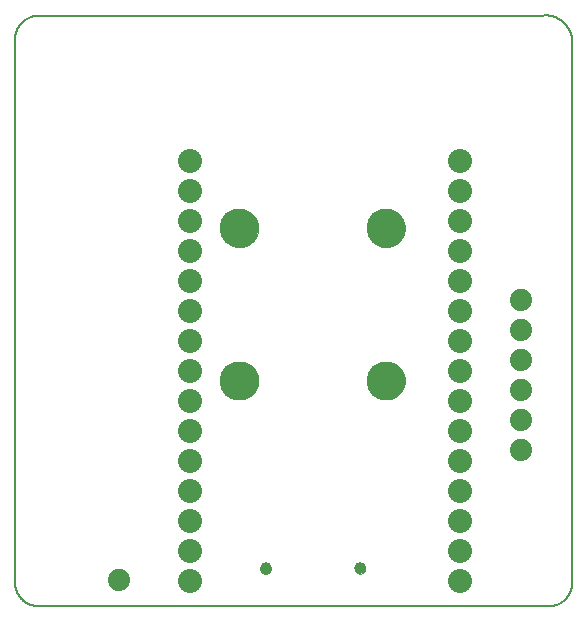
<source format=gbs>
G75*
%MOIN*%
%OFA0B0*%
%FSLAX25Y25*%
%IPPOS*%
%LPD*%
%AMOC8*
5,1,8,0,0,1.08239X$1,22.5*
%
%ADD10C,0.00700*%
%ADD11C,0.00000*%
%ADD12C,0.12998*%
%ADD13C,0.03900*%
%ADD14C,0.08000*%
%ADD15C,0.07400*%
D10*
X0009830Y0018054D02*
X0179814Y0018054D01*
X0180004Y0018056D01*
X0180194Y0018063D01*
X0180384Y0018075D01*
X0180574Y0018091D01*
X0180763Y0018111D01*
X0180952Y0018137D01*
X0181140Y0018166D01*
X0181327Y0018201D01*
X0181513Y0018240D01*
X0181698Y0018283D01*
X0181883Y0018331D01*
X0182066Y0018383D01*
X0182247Y0018439D01*
X0182427Y0018500D01*
X0182606Y0018566D01*
X0182783Y0018635D01*
X0182959Y0018709D01*
X0183132Y0018787D01*
X0183304Y0018870D01*
X0183473Y0018956D01*
X0183641Y0019046D01*
X0183806Y0019141D01*
X0183969Y0019239D01*
X0184129Y0019342D01*
X0184287Y0019448D01*
X0184442Y0019558D01*
X0184595Y0019671D01*
X0184745Y0019789D01*
X0184891Y0019910D01*
X0185035Y0020034D01*
X0185176Y0020162D01*
X0185314Y0020293D01*
X0185449Y0020428D01*
X0185580Y0020566D01*
X0185708Y0020707D01*
X0185832Y0020851D01*
X0185953Y0020997D01*
X0186071Y0021147D01*
X0186184Y0021300D01*
X0186294Y0021455D01*
X0186400Y0021613D01*
X0186503Y0021773D01*
X0186601Y0021936D01*
X0186696Y0022101D01*
X0186786Y0022269D01*
X0186872Y0022438D01*
X0186955Y0022610D01*
X0187033Y0022783D01*
X0187107Y0022959D01*
X0187176Y0023136D01*
X0187242Y0023315D01*
X0187303Y0023495D01*
X0187359Y0023676D01*
X0187411Y0023859D01*
X0187459Y0024044D01*
X0187502Y0024229D01*
X0187541Y0024415D01*
X0187576Y0024602D01*
X0187605Y0024790D01*
X0187631Y0024979D01*
X0187651Y0025168D01*
X0187667Y0025358D01*
X0187679Y0025548D01*
X0187686Y0025738D01*
X0187688Y0025928D01*
X0187688Y0207030D01*
X0187662Y0207244D01*
X0187631Y0207457D01*
X0187594Y0207669D01*
X0187552Y0207881D01*
X0187505Y0208091D01*
X0187453Y0208300D01*
X0187396Y0208508D01*
X0187334Y0208714D01*
X0187267Y0208919D01*
X0187196Y0209122D01*
X0187119Y0209323D01*
X0187037Y0209522D01*
X0186951Y0209720D01*
X0186860Y0209915D01*
X0186764Y0210108D01*
X0186663Y0210298D01*
X0186558Y0210486D01*
X0186449Y0210672D01*
X0186335Y0210854D01*
X0186216Y0211034D01*
X0186094Y0211211D01*
X0185967Y0211385D01*
X0185836Y0211556D01*
X0185700Y0211724D01*
X0185561Y0211888D01*
X0185418Y0212049D01*
X0185271Y0212207D01*
X0185120Y0212360D01*
X0184966Y0212511D01*
X0184808Y0212657D01*
X0184646Y0212800D01*
X0184482Y0212938D01*
X0184313Y0213073D01*
X0184142Y0213203D01*
X0183968Y0213329D01*
X0183790Y0213451D01*
X0183610Y0213569D01*
X0183426Y0213682D01*
X0183241Y0213791D01*
X0183052Y0213896D01*
X0182861Y0213995D01*
X0182668Y0214090D01*
X0182472Y0214181D01*
X0182275Y0214266D01*
X0182075Y0214347D01*
X0181874Y0214423D01*
X0181670Y0214494D01*
X0181465Y0214560D01*
X0181259Y0214622D01*
X0181051Y0214678D01*
X0180842Y0214729D01*
X0180631Y0214775D01*
X0180420Y0214816D01*
X0180207Y0214852D01*
X0179994Y0214883D01*
X0179780Y0214908D01*
X0179566Y0214929D01*
X0179351Y0214944D01*
X0179136Y0214954D01*
X0178921Y0214959D01*
X0178705Y0214958D01*
X0178490Y0214953D01*
X0178275Y0214942D01*
X0178060Y0214926D01*
X0177846Y0214904D01*
X0177845Y0214904D02*
X0009830Y0214904D01*
X0009640Y0214902D01*
X0009450Y0214895D01*
X0009260Y0214883D01*
X0009070Y0214867D01*
X0008881Y0214847D01*
X0008692Y0214821D01*
X0008504Y0214792D01*
X0008317Y0214757D01*
X0008131Y0214718D01*
X0007946Y0214675D01*
X0007761Y0214627D01*
X0007578Y0214575D01*
X0007397Y0214519D01*
X0007217Y0214458D01*
X0007038Y0214392D01*
X0006861Y0214323D01*
X0006685Y0214249D01*
X0006512Y0214171D01*
X0006340Y0214088D01*
X0006171Y0214002D01*
X0006003Y0213912D01*
X0005838Y0213817D01*
X0005675Y0213719D01*
X0005515Y0213616D01*
X0005357Y0213510D01*
X0005202Y0213400D01*
X0005049Y0213287D01*
X0004899Y0213169D01*
X0004753Y0213048D01*
X0004609Y0212924D01*
X0004468Y0212796D01*
X0004330Y0212665D01*
X0004195Y0212530D01*
X0004064Y0212392D01*
X0003936Y0212251D01*
X0003812Y0212107D01*
X0003691Y0211961D01*
X0003573Y0211811D01*
X0003460Y0211658D01*
X0003350Y0211503D01*
X0003244Y0211345D01*
X0003141Y0211185D01*
X0003043Y0211022D01*
X0002948Y0210857D01*
X0002858Y0210689D01*
X0002772Y0210520D01*
X0002689Y0210348D01*
X0002611Y0210175D01*
X0002537Y0209999D01*
X0002468Y0209822D01*
X0002402Y0209643D01*
X0002341Y0209463D01*
X0002285Y0209282D01*
X0002233Y0209099D01*
X0002185Y0208914D01*
X0002142Y0208729D01*
X0002103Y0208543D01*
X0002068Y0208356D01*
X0002039Y0208168D01*
X0002013Y0207979D01*
X0001993Y0207790D01*
X0001977Y0207600D01*
X0001965Y0207410D01*
X0001958Y0207220D01*
X0001956Y0207030D01*
X0001956Y0025928D01*
X0001958Y0025738D01*
X0001965Y0025548D01*
X0001977Y0025358D01*
X0001993Y0025168D01*
X0002013Y0024979D01*
X0002039Y0024790D01*
X0002068Y0024602D01*
X0002103Y0024415D01*
X0002142Y0024229D01*
X0002185Y0024044D01*
X0002233Y0023859D01*
X0002285Y0023676D01*
X0002341Y0023495D01*
X0002402Y0023315D01*
X0002468Y0023136D01*
X0002537Y0022959D01*
X0002611Y0022783D01*
X0002689Y0022610D01*
X0002772Y0022438D01*
X0002858Y0022269D01*
X0002948Y0022101D01*
X0003043Y0021936D01*
X0003141Y0021773D01*
X0003244Y0021613D01*
X0003350Y0021455D01*
X0003460Y0021300D01*
X0003573Y0021147D01*
X0003691Y0020997D01*
X0003812Y0020851D01*
X0003936Y0020707D01*
X0004064Y0020566D01*
X0004195Y0020428D01*
X0004330Y0020293D01*
X0004468Y0020162D01*
X0004609Y0020034D01*
X0004753Y0019910D01*
X0004899Y0019789D01*
X0005049Y0019671D01*
X0005202Y0019558D01*
X0005357Y0019448D01*
X0005515Y0019342D01*
X0005675Y0019239D01*
X0005838Y0019141D01*
X0006003Y0019046D01*
X0006171Y0018956D01*
X0006340Y0018870D01*
X0006512Y0018787D01*
X0006685Y0018709D01*
X0006861Y0018635D01*
X0007038Y0018566D01*
X0007217Y0018500D01*
X0007397Y0018439D01*
X0007578Y0018383D01*
X0007761Y0018331D01*
X0007946Y0018283D01*
X0008131Y0018240D01*
X0008317Y0018201D01*
X0008504Y0018166D01*
X0008692Y0018137D01*
X0008881Y0018111D01*
X0009070Y0018091D01*
X0009260Y0018075D01*
X0009450Y0018063D01*
X0009640Y0018056D01*
X0009830Y0018054D01*
D11*
X0070460Y0093250D02*
X0070462Y0093408D01*
X0070468Y0093566D01*
X0070478Y0093724D01*
X0070492Y0093882D01*
X0070510Y0094039D01*
X0070531Y0094196D01*
X0070557Y0094352D01*
X0070587Y0094508D01*
X0070620Y0094663D01*
X0070658Y0094816D01*
X0070699Y0094969D01*
X0070744Y0095121D01*
X0070793Y0095272D01*
X0070846Y0095421D01*
X0070902Y0095569D01*
X0070962Y0095715D01*
X0071026Y0095860D01*
X0071094Y0096003D01*
X0071165Y0096145D01*
X0071239Y0096285D01*
X0071317Y0096422D01*
X0071399Y0096558D01*
X0071483Y0096692D01*
X0071572Y0096823D01*
X0071663Y0096952D01*
X0071758Y0097079D01*
X0071855Y0097204D01*
X0071956Y0097326D01*
X0072060Y0097445D01*
X0072167Y0097562D01*
X0072277Y0097676D01*
X0072390Y0097787D01*
X0072505Y0097896D01*
X0072623Y0098001D01*
X0072744Y0098103D01*
X0072867Y0098203D01*
X0072993Y0098299D01*
X0073121Y0098392D01*
X0073251Y0098482D01*
X0073384Y0098568D01*
X0073519Y0098652D01*
X0073655Y0098731D01*
X0073794Y0098808D01*
X0073935Y0098880D01*
X0074077Y0098950D01*
X0074221Y0099015D01*
X0074367Y0099077D01*
X0074514Y0099135D01*
X0074663Y0099190D01*
X0074813Y0099241D01*
X0074964Y0099288D01*
X0075116Y0099331D01*
X0075269Y0099370D01*
X0075424Y0099406D01*
X0075579Y0099437D01*
X0075735Y0099465D01*
X0075891Y0099489D01*
X0076048Y0099509D01*
X0076206Y0099525D01*
X0076363Y0099537D01*
X0076522Y0099545D01*
X0076680Y0099549D01*
X0076838Y0099549D01*
X0076996Y0099545D01*
X0077155Y0099537D01*
X0077312Y0099525D01*
X0077470Y0099509D01*
X0077627Y0099489D01*
X0077783Y0099465D01*
X0077939Y0099437D01*
X0078094Y0099406D01*
X0078249Y0099370D01*
X0078402Y0099331D01*
X0078554Y0099288D01*
X0078705Y0099241D01*
X0078855Y0099190D01*
X0079004Y0099135D01*
X0079151Y0099077D01*
X0079297Y0099015D01*
X0079441Y0098950D01*
X0079583Y0098880D01*
X0079724Y0098808D01*
X0079863Y0098731D01*
X0079999Y0098652D01*
X0080134Y0098568D01*
X0080267Y0098482D01*
X0080397Y0098392D01*
X0080525Y0098299D01*
X0080651Y0098203D01*
X0080774Y0098103D01*
X0080895Y0098001D01*
X0081013Y0097896D01*
X0081128Y0097787D01*
X0081241Y0097676D01*
X0081351Y0097562D01*
X0081458Y0097445D01*
X0081562Y0097326D01*
X0081663Y0097204D01*
X0081760Y0097079D01*
X0081855Y0096952D01*
X0081946Y0096823D01*
X0082035Y0096692D01*
X0082119Y0096558D01*
X0082201Y0096422D01*
X0082279Y0096285D01*
X0082353Y0096145D01*
X0082424Y0096003D01*
X0082492Y0095860D01*
X0082556Y0095715D01*
X0082616Y0095569D01*
X0082672Y0095421D01*
X0082725Y0095272D01*
X0082774Y0095121D01*
X0082819Y0094969D01*
X0082860Y0094816D01*
X0082898Y0094663D01*
X0082931Y0094508D01*
X0082961Y0094352D01*
X0082987Y0094196D01*
X0083008Y0094039D01*
X0083026Y0093882D01*
X0083040Y0093724D01*
X0083050Y0093566D01*
X0083056Y0093408D01*
X0083058Y0093250D01*
X0083056Y0093092D01*
X0083050Y0092934D01*
X0083040Y0092776D01*
X0083026Y0092618D01*
X0083008Y0092461D01*
X0082987Y0092304D01*
X0082961Y0092148D01*
X0082931Y0091992D01*
X0082898Y0091837D01*
X0082860Y0091684D01*
X0082819Y0091531D01*
X0082774Y0091379D01*
X0082725Y0091228D01*
X0082672Y0091079D01*
X0082616Y0090931D01*
X0082556Y0090785D01*
X0082492Y0090640D01*
X0082424Y0090497D01*
X0082353Y0090355D01*
X0082279Y0090215D01*
X0082201Y0090078D01*
X0082119Y0089942D01*
X0082035Y0089808D01*
X0081946Y0089677D01*
X0081855Y0089548D01*
X0081760Y0089421D01*
X0081663Y0089296D01*
X0081562Y0089174D01*
X0081458Y0089055D01*
X0081351Y0088938D01*
X0081241Y0088824D01*
X0081128Y0088713D01*
X0081013Y0088604D01*
X0080895Y0088499D01*
X0080774Y0088397D01*
X0080651Y0088297D01*
X0080525Y0088201D01*
X0080397Y0088108D01*
X0080267Y0088018D01*
X0080134Y0087932D01*
X0079999Y0087848D01*
X0079863Y0087769D01*
X0079724Y0087692D01*
X0079583Y0087620D01*
X0079441Y0087550D01*
X0079297Y0087485D01*
X0079151Y0087423D01*
X0079004Y0087365D01*
X0078855Y0087310D01*
X0078705Y0087259D01*
X0078554Y0087212D01*
X0078402Y0087169D01*
X0078249Y0087130D01*
X0078094Y0087094D01*
X0077939Y0087063D01*
X0077783Y0087035D01*
X0077627Y0087011D01*
X0077470Y0086991D01*
X0077312Y0086975D01*
X0077155Y0086963D01*
X0076996Y0086955D01*
X0076838Y0086951D01*
X0076680Y0086951D01*
X0076522Y0086955D01*
X0076363Y0086963D01*
X0076206Y0086975D01*
X0076048Y0086991D01*
X0075891Y0087011D01*
X0075735Y0087035D01*
X0075579Y0087063D01*
X0075424Y0087094D01*
X0075269Y0087130D01*
X0075116Y0087169D01*
X0074964Y0087212D01*
X0074813Y0087259D01*
X0074663Y0087310D01*
X0074514Y0087365D01*
X0074367Y0087423D01*
X0074221Y0087485D01*
X0074077Y0087550D01*
X0073935Y0087620D01*
X0073794Y0087692D01*
X0073655Y0087769D01*
X0073519Y0087848D01*
X0073384Y0087932D01*
X0073251Y0088018D01*
X0073121Y0088108D01*
X0072993Y0088201D01*
X0072867Y0088297D01*
X0072744Y0088397D01*
X0072623Y0088499D01*
X0072505Y0088604D01*
X0072390Y0088713D01*
X0072277Y0088824D01*
X0072167Y0088938D01*
X0072060Y0089055D01*
X0071956Y0089174D01*
X0071855Y0089296D01*
X0071758Y0089421D01*
X0071663Y0089548D01*
X0071572Y0089677D01*
X0071483Y0089808D01*
X0071399Y0089942D01*
X0071317Y0090078D01*
X0071239Y0090215D01*
X0071165Y0090355D01*
X0071094Y0090497D01*
X0071026Y0090640D01*
X0070962Y0090785D01*
X0070902Y0090931D01*
X0070846Y0091079D01*
X0070793Y0091228D01*
X0070744Y0091379D01*
X0070699Y0091531D01*
X0070658Y0091684D01*
X0070620Y0091837D01*
X0070587Y0091992D01*
X0070557Y0092148D01*
X0070531Y0092304D01*
X0070510Y0092461D01*
X0070492Y0092618D01*
X0070478Y0092776D01*
X0070468Y0092934D01*
X0070462Y0093092D01*
X0070460Y0093250D01*
X0070460Y0144038D02*
X0070462Y0144196D01*
X0070468Y0144354D01*
X0070478Y0144512D01*
X0070492Y0144670D01*
X0070510Y0144827D01*
X0070531Y0144984D01*
X0070557Y0145140D01*
X0070587Y0145296D01*
X0070620Y0145451D01*
X0070658Y0145604D01*
X0070699Y0145757D01*
X0070744Y0145909D01*
X0070793Y0146060D01*
X0070846Y0146209D01*
X0070902Y0146357D01*
X0070962Y0146503D01*
X0071026Y0146648D01*
X0071094Y0146791D01*
X0071165Y0146933D01*
X0071239Y0147073D01*
X0071317Y0147210D01*
X0071399Y0147346D01*
X0071483Y0147480D01*
X0071572Y0147611D01*
X0071663Y0147740D01*
X0071758Y0147867D01*
X0071855Y0147992D01*
X0071956Y0148114D01*
X0072060Y0148233D01*
X0072167Y0148350D01*
X0072277Y0148464D01*
X0072390Y0148575D01*
X0072505Y0148684D01*
X0072623Y0148789D01*
X0072744Y0148891D01*
X0072867Y0148991D01*
X0072993Y0149087D01*
X0073121Y0149180D01*
X0073251Y0149270D01*
X0073384Y0149356D01*
X0073519Y0149440D01*
X0073655Y0149519D01*
X0073794Y0149596D01*
X0073935Y0149668D01*
X0074077Y0149738D01*
X0074221Y0149803D01*
X0074367Y0149865D01*
X0074514Y0149923D01*
X0074663Y0149978D01*
X0074813Y0150029D01*
X0074964Y0150076D01*
X0075116Y0150119D01*
X0075269Y0150158D01*
X0075424Y0150194D01*
X0075579Y0150225D01*
X0075735Y0150253D01*
X0075891Y0150277D01*
X0076048Y0150297D01*
X0076206Y0150313D01*
X0076363Y0150325D01*
X0076522Y0150333D01*
X0076680Y0150337D01*
X0076838Y0150337D01*
X0076996Y0150333D01*
X0077155Y0150325D01*
X0077312Y0150313D01*
X0077470Y0150297D01*
X0077627Y0150277D01*
X0077783Y0150253D01*
X0077939Y0150225D01*
X0078094Y0150194D01*
X0078249Y0150158D01*
X0078402Y0150119D01*
X0078554Y0150076D01*
X0078705Y0150029D01*
X0078855Y0149978D01*
X0079004Y0149923D01*
X0079151Y0149865D01*
X0079297Y0149803D01*
X0079441Y0149738D01*
X0079583Y0149668D01*
X0079724Y0149596D01*
X0079863Y0149519D01*
X0079999Y0149440D01*
X0080134Y0149356D01*
X0080267Y0149270D01*
X0080397Y0149180D01*
X0080525Y0149087D01*
X0080651Y0148991D01*
X0080774Y0148891D01*
X0080895Y0148789D01*
X0081013Y0148684D01*
X0081128Y0148575D01*
X0081241Y0148464D01*
X0081351Y0148350D01*
X0081458Y0148233D01*
X0081562Y0148114D01*
X0081663Y0147992D01*
X0081760Y0147867D01*
X0081855Y0147740D01*
X0081946Y0147611D01*
X0082035Y0147480D01*
X0082119Y0147346D01*
X0082201Y0147210D01*
X0082279Y0147073D01*
X0082353Y0146933D01*
X0082424Y0146791D01*
X0082492Y0146648D01*
X0082556Y0146503D01*
X0082616Y0146357D01*
X0082672Y0146209D01*
X0082725Y0146060D01*
X0082774Y0145909D01*
X0082819Y0145757D01*
X0082860Y0145604D01*
X0082898Y0145451D01*
X0082931Y0145296D01*
X0082961Y0145140D01*
X0082987Y0144984D01*
X0083008Y0144827D01*
X0083026Y0144670D01*
X0083040Y0144512D01*
X0083050Y0144354D01*
X0083056Y0144196D01*
X0083058Y0144038D01*
X0083056Y0143880D01*
X0083050Y0143722D01*
X0083040Y0143564D01*
X0083026Y0143406D01*
X0083008Y0143249D01*
X0082987Y0143092D01*
X0082961Y0142936D01*
X0082931Y0142780D01*
X0082898Y0142625D01*
X0082860Y0142472D01*
X0082819Y0142319D01*
X0082774Y0142167D01*
X0082725Y0142016D01*
X0082672Y0141867D01*
X0082616Y0141719D01*
X0082556Y0141573D01*
X0082492Y0141428D01*
X0082424Y0141285D01*
X0082353Y0141143D01*
X0082279Y0141003D01*
X0082201Y0140866D01*
X0082119Y0140730D01*
X0082035Y0140596D01*
X0081946Y0140465D01*
X0081855Y0140336D01*
X0081760Y0140209D01*
X0081663Y0140084D01*
X0081562Y0139962D01*
X0081458Y0139843D01*
X0081351Y0139726D01*
X0081241Y0139612D01*
X0081128Y0139501D01*
X0081013Y0139392D01*
X0080895Y0139287D01*
X0080774Y0139185D01*
X0080651Y0139085D01*
X0080525Y0138989D01*
X0080397Y0138896D01*
X0080267Y0138806D01*
X0080134Y0138720D01*
X0079999Y0138636D01*
X0079863Y0138557D01*
X0079724Y0138480D01*
X0079583Y0138408D01*
X0079441Y0138338D01*
X0079297Y0138273D01*
X0079151Y0138211D01*
X0079004Y0138153D01*
X0078855Y0138098D01*
X0078705Y0138047D01*
X0078554Y0138000D01*
X0078402Y0137957D01*
X0078249Y0137918D01*
X0078094Y0137882D01*
X0077939Y0137851D01*
X0077783Y0137823D01*
X0077627Y0137799D01*
X0077470Y0137779D01*
X0077312Y0137763D01*
X0077155Y0137751D01*
X0076996Y0137743D01*
X0076838Y0137739D01*
X0076680Y0137739D01*
X0076522Y0137743D01*
X0076363Y0137751D01*
X0076206Y0137763D01*
X0076048Y0137779D01*
X0075891Y0137799D01*
X0075735Y0137823D01*
X0075579Y0137851D01*
X0075424Y0137882D01*
X0075269Y0137918D01*
X0075116Y0137957D01*
X0074964Y0138000D01*
X0074813Y0138047D01*
X0074663Y0138098D01*
X0074514Y0138153D01*
X0074367Y0138211D01*
X0074221Y0138273D01*
X0074077Y0138338D01*
X0073935Y0138408D01*
X0073794Y0138480D01*
X0073655Y0138557D01*
X0073519Y0138636D01*
X0073384Y0138720D01*
X0073251Y0138806D01*
X0073121Y0138896D01*
X0072993Y0138989D01*
X0072867Y0139085D01*
X0072744Y0139185D01*
X0072623Y0139287D01*
X0072505Y0139392D01*
X0072390Y0139501D01*
X0072277Y0139612D01*
X0072167Y0139726D01*
X0072060Y0139843D01*
X0071956Y0139962D01*
X0071855Y0140084D01*
X0071758Y0140209D01*
X0071663Y0140336D01*
X0071572Y0140465D01*
X0071483Y0140596D01*
X0071399Y0140730D01*
X0071317Y0140866D01*
X0071239Y0141003D01*
X0071165Y0141143D01*
X0071094Y0141285D01*
X0071026Y0141428D01*
X0070962Y0141573D01*
X0070902Y0141719D01*
X0070846Y0141867D01*
X0070793Y0142016D01*
X0070744Y0142167D01*
X0070699Y0142319D01*
X0070658Y0142472D01*
X0070620Y0142625D01*
X0070587Y0142780D01*
X0070557Y0142936D01*
X0070531Y0143092D01*
X0070510Y0143249D01*
X0070492Y0143406D01*
X0070478Y0143564D01*
X0070468Y0143722D01*
X0070462Y0143880D01*
X0070460Y0144038D01*
X0119279Y0144038D02*
X0119281Y0144196D01*
X0119287Y0144354D01*
X0119297Y0144512D01*
X0119311Y0144670D01*
X0119329Y0144827D01*
X0119350Y0144984D01*
X0119376Y0145140D01*
X0119406Y0145296D01*
X0119439Y0145451D01*
X0119477Y0145604D01*
X0119518Y0145757D01*
X0119563Y0145909D01*
X0119612Y0146060D01*
X0119665Y0146209D01*
X0119721Y0146357D01*
X0119781Y0146503D01*
X0119845Y0146648D01*
X0119913Y0146791D01*
X0119984Y0146933D01*
X0120058Y0147073D01*
X0120136Y0147210D01*
X0120218Y0147346D01*
X0120302Y0147480D01*
X0120391Y0147611D01*
X0120482Y0147740D01*
X0120577Y0147867D01*
X0120674Y0147992D01*
X0120775Y0148114D01*
X0120879Y0148233D01*
X0120986Y0148350D01*
X0121096Y0148464D01*
X0121209Y0148575D01*
X0121324Y0148684D01*
X0121442Y0148789D01*
X0121563Y0148891D01*
X0121686Y0148991D01*
X0121812Y0149087D01*
X0121940Y0149180D01*
X0122070Y0149270D01*
X0122203Y0149356D01*
X0122338Y0149440D01*
X0122474Y0149519D01*
X0122613Y0149596D01*
X0122754Y0149668D01*
X0122896Y0149738D01*
X0123040Y0149803D01*
X0123186Y0149865D01*
X0123333Y0149923D01*
X0123482Y0149978D01*
X0123632Y0150029D01*
X0123783Y0150076D01*
X0123935Y0150119D01*
X0124088Y0150158D01*
X0124243Y0150194D01*
X0124398Y0150225D01*
X0124554Y0150253D01*
X0124710Y0150277D01*
X0124867Y0150297D01*
X0125025Y0150313D01*
X0125182Y0150325D01*
X0125341Y0150333D01*
X0125499Y0150337D01*
X0125657Y0150337D01*
X0125815Y0150333D01*
X0125974Y0150325D01*
X0126131Y0150313D01*
X0126289Y0150297D01*
X0126446Y0150277D01*
X0126602Y0150253D01*
X0126758Y0150225D01*
X0126913Y0150194D01*
X0127068Y0150158D01*
X0127221Y0150119D01*
X0127373Y0150076D01*
X0127524Y0150029D01*
X0127674Y0149978D01*
X0127823Y0149923D01*
X0127970Y0149865D01*
X0128116Y0149803D01*
X0128260Y0149738D01*
X0128402Y0149668D01*
X0128543Y0149596D01*
X0128682Y0149519D01*
X0128818Y0149440D01*
X0128953Y0149356D01*
X0129086Y0149270D01*
X0129216Y0149180D01*
X0129344Y0149087D01*
X0129470Y0148991D01*
X0129593Y0148891D01*
X0129714Y0148789D01*
X0129832Y0148684D01*
X0129947Y0148575D01*
X0130060Y0148464D01*
X0130170Y0148350D01*
X0130277Y0148233D01*
X0130381Y0148114D01*
X0130482Y0147992D01*
X0130579Y0147867D01*
X0130674Y0147740D01*
X0130765Y0147611D01*
X0130854Y0147480D01*
X0130938Y0147346D01*
X0131020Y0147210D01*
X0131098Y0147073D01*
X0131172Y0146933D01*
X0131243Y0146791D01*
X0131311Y0146648D01*
X0131375Y0146503D01*
X0131435Y0146357D01*
X0131491Y0146209D01*
X0131544Y0146060D01*
X0131593Y0145909D01*
X0131638Y0145757D01*
X0131679Y0145604D01*
X0131717Y0145451D01*
X0131750Y0145296D01*
X0131780Y0145140D01*
X0131806Y0144984D01*
X0131827Y0144827D01*
X0131845Y0144670D01*
X0131859Y0144512D01*
X0131869Y0144354D01*
X0131875Y0144196D01*
X0131877Y0144038D01*
X0131875Y0143880D01*
X0131869Y0143722D01*
X0131859Y0143564D01*
X0131845Y0143406D01*
X0131827Y0143249D01*
X0131806Y0143092D01*
X0131780Y0142936D01*
X0131750Y0142780D01*
X0131717Y0142625D01*
X0131679Y0142472D01*
X0131638Y0142319D01*
X0131593Y0142167D01*
X0131544Y0142016D01*
X0131491Y0141867D01*
X0131435Y0141719D01*
X0131375Y0141573D01*
X0131311Y0141428D01*
X0131243Y0141285D01*
X0131172Y0141143D01*
X0131098Y0141003D01*
X0131020Y0140866D01*
X0130938Y0140730D01*
X0130854Y0140596D01*
X0130765Y0140465D01*
X0130674Y0140336D01*
X0130579Y0140209D01*
X0130482Y0140084D01*
X0130381Y0139962D01*
X0130277Y0139843D01*
X0130170Y0139726D01*
X0130060Y0139612D01*
X0129947Y0139501D01*
X0129832Y0139392D01*
X0129714Y0139287D01*
X0129593Y0139185D01*
X0129470Y0139085D01*
X0129344Y0138989D01*
X0129216Y0138896D01*
X0129086Y0138806D01*
X0128953Y0138720D01*
X0128818Y0138636D01*
X0128682Y0138557D01*
X0128543Y0138480D01*
X0128402Y0138408D01*
X0128260Y0138338D01*
X0128116Y0138273D01*
X0127970Y0138211D01*
X0127823Y0138153D01*
X0127674Y0138098D01*
X0127524Y0138047D01*
X0127373Y0138000D01*
X0127221Y0137957D01*
X0127068Y0137918D01*
X0126913Y0137882D01*
X0126758Y0137851D01*
X0126602Y0137823D01*
X0126446Y0137799D01*
X0126289Y0137779D01*
X0126131Y0137763D01*
X0125974Y0137751D01*
X0125815Y0137743D01*
X0125657Y0137739D01*
X0125499Y0137739D01*
X0125341Y0137743D01*
X0125182Y0137751D01*
X0125025Y0137763D01*
X0124867Y0137779D01*
X0124710Y0137799D01*
X0124554Y0137823D01*
X0124398Y0137851D01*
X0124243Y0137882D01*
X0124088Y0137918D01*
X0123935Y0137957D01*
X0123783Y0138000D01*
X0123632Y0138047D01*
X0123482Y0138098D01*
X0123333Y0138153D01*
X0123186Y0138211D01*
X0123040Y0138273D01*
X0122896Y0138338D01*
X0122754Y0138408D01*
X0122613Y0138480D01*
X0122474Y0138557D01*
X0122338Y0138636D01*
X0122203Y0138720D01*
X0122070Y0138806D01*
X0121940Y0138896D01*
X0121812Y0138989D01*
X0121686Y0139085D01*
X0121563Y0139185D01*
X0121442Y0139287D01*
X0121324Y0139392D01*
X0121209Y0139501D01*
X0121096Y0139612D01*
X0120986Y0139726D01*
X0120879Y0139843D01*
X0120775Y0139962D01*
X0120674Y0140084D01*
X0120577Y0140209D01*
X0120482Y0140336D01*
X0120391Y0140465D01*
X0120302Y0140596D01*
X0120218Y0140730D01*
X0120136Y0140866D01*
X0120058Y0141003D01*
X0119984Y0141143D01*
X0119913Y0141285D01*
X0119845Y0141428D01*
X0119781Y0141573D01*
X0119721Y0141719D01*
X0119665Y0141867D01*
X0119612Y0142016D01*
X0119563Y0142167D01*
X0119518Y0142319D01*
X0119477Y0142472D01*
X0119439Y0142625D01*
X0119406Y0142780D01*
X0119376Y0142936D01*
X0119350Y0143092D01*
X0119329Y0143249D01*
X0119311Y0143406D01*
X0119297Y0143564D01*
X0119287Y0143722D01*
X0119281Y0143880D01*
X0119279Y0144038D01*
X0119279Y0093250D02*
X0119281Y0093408D01*
X0119287Y0093566D01*
X0119297Y0093724D01*
X0119311Y0093882D01*
X0119329Y0094039D01*
X0119350Y0094196D01*
X0119376Y0094352D01*
X0119406Y0094508D01*
X0119439Y0094663D01*
X0119477Y0094816D01*
X0119518Y0094969D01*
X0119563Y0095121D01*
X0119612Y0095272D01*
X0119665Y0095421D01*
X0119721Y0095569D01*
X0119781Y0095715D01*
X0119845Y0095860D01*
X0119913Y0096003D01*
X0119984Y0096145D01*
X0120058Y0096285D01*
X0120136Y0096422D01*
X0120218Y0096558D01*
X0120302Y0096692D01*
X0120391Y0096823D01*
X0120482Y0096952D01*
X0120577Y0097079D01*
X0120674Y0097204D01*
X0120775Y0097326D01*
X0120879Y0097445D01*
X0120986Y0097562D01*
X0121096Y0097676D01*
X0121209Y0097787D01*
X0121324Y0097896D01*
X0121442Y0098001D01*
X0121563Y0098103D01*
X0121686Y0098203D01*
X0121812Y0098299D01*
X0121940Y0098392D01*
X0122070Y0098482D01*
X0122203Y0098568D01*
X0122338Y0098652D01*
X0122474Y0098731D01*
X0122613Y0098808D01*
X0122754Y0098880D01*
X0122896Y0098950D01*
X0123040Y0099015D01*
X0123186Y0099077D01*
X0123333Y0099135D01*
X0123482Y0099190D01*
X0123632Y0099241D01*
X0123783Y0099288D01*
X0123935Y0099331D01*
X0124088Y0099370D01*
X0124243Y0099406D01*
X0124398Y0099437D01*
X0124554Y0099465D01*
X0124710Y0099489D01*
X0124867Y0099509D01*
X0125025Y0099525D01*
X0125182Y0099537D01*
X0125341Y0099545D01*
X0125499Y0099549D01*
X0125657Y0099549D01*
X0125815Y0099545D01*
X0125974Y0099537D01*
X0126131Y0099525D01*
X0126289Y0099509D01*
X0126446Y0099489D01*
X0126602Y0099465D01*
X0126758Y0099437D01*
X0126913Y0099406D01*
X0127068Y0099370D01*
X0127221Y0099331D01*
X0127373Y0099288D01*
X0127524Y0099241D01*
X0127674Y0099190D01*
X0127823Y0099135D01*
X0127970Y0099077D01*
X0128116Y0099015D01*
X0128260Y0098950D01*
X0128402Y0098880D01*
X0128543Y0098808D01*
X0128682Y0098731D01*
X0128818Y0098652D01*
X0128953Y0098568D01*
X0129086Y0098482D01*
X0129216Y0098392D01*
X0129344Y0098299D01*
X0129470Y0098203D01*
X0129593Y0098103D01*
X0129714Y0098001D01*
X0129832Y0097896D01*
X0129947Y0097787D01*
X0130060Y0097676D01*
X0130170Y0097562D01*
X0130277Y0097445D01*
X0130381Y0097326D01*
X0130482Y0097204D01*
X0130579Y0097079D01*
X0130674Y0096952D01*
X0130765Y0096823D01*
X0130854Y0096692D01*
X0130938Y0096558D01*
X0131020Y0096422D01*
X0131098Y0096285D01*
X0131172Y0096145D01*
X0131243Y0096003D01*
X0131311Y0095860D01*
X0131375Y0095715D01*
X0131435Y0095569D01*
X0131491Y0095421D01*
X0131544Y0095272D01*
X0131593Y0095121D01*
X0131638Y0094969D01*
X0131679Y0094816D01*
X0131717Y0094663D01*
X0131750Y0094508D01*
X0131780Y0094352D01*
X0131806Y0094196D01*
X0131827Y0094039D01*
X0131845Y0093882D01*
X0131859Y0093724D01*
X0131869Y0093566D01*
X0131875Y0093408D01*
X0131877Y0093250D01*
X0131875Y0093092D01*
X0131869Y0092934D01*
X0131859Y0092776D01*
X0131845Y0092618D01*
X0131827Y0092461D01*
X0131806Y0092304D01*
X0131780Y0092148D01*
X0131750Y0091992D01*
X0131717Y0091837D01*
X0131679Y0091684D01*
X0131638Y0091531D01*
X0131593Y0091379D01*
X0131544Y0091228D01*
X0131491Y0091079D01*
X0131435Y0090931D01*
X0131375Y0090785D01*
X0131311Y0090640D01*
X0131243Y0090497D01*
X0131172Y0090355D01*
X0131098Y0090215D01*
X0131020Y0090078D01*
X0130938Y0089942D01*
X0130854Y0089808D01*
X0130765Y0089677D01*
X0130674Y0089548D01*
X0130579Y0089421D01*
X0130482Y0089296D01*
X0130381Y0089174D01*
X0130277Y0089055D01*
X0130170Y0088938D01*
X0130060Y0088824D01*
X0129947Y0088713D01*
X0129832Y0088604D01*
X0129714Y0088499D01*
X0129593Y0088397D01*
X0129470Y0088297D01*
X0129344Y0088201D01*
X0129216Y0088108D01*
X0129086Y0088018D01*
X0128953Y0087932D01*
X0128818Y0087848D01*
X0128682Y0087769D01*
X0128543Y0087692D01*
X0128402Y0087620D01*
X0128260Y0087550D01*
X0128116Y0087485D01*
X0127970Y0087423D01*
X0127823Y0087365D01*
X0127674Y0087310D01*
X0127524Y0087259D01*
X0127373Y0087212D01*
X0127221Y0087169D01*
X0127068Y0087130D01*
X0126913Y0087094D01*
X0126758Y0087063D01*
X0126602Y0087035D01*
X0126446Y0087011D01*
X0126289Y0086991D01*
X0126131Y0086975D01*
X0125974Y0086963D01*
X0125815Y0086955D01*
X0125657Y0086951D01*
X0125499Y0086951D01*
X0125341Y0086955D01*
X0125182Y0086963D01*
X0125025Y0086975D01*
X0124867Y0086991D01*
X0124710Y0087011D01*
X0124554Y0087035D01*
X0124398Y0087063D01*
X0124243Y0087094D01*
X0124088Y0087130D01*
X0123935Y0087169D01*
X0123783Y0087212D01*
X0123632Y0087259D01*
X0123482Y0087310D01*
X0123333Y0087365D01*
X0123186Y0087423D01*
X0123040Y0087485D01*
X0122896Y0087550D01*
X0122754Y0087620D01*
X0122613Y0087692D01*
X0122474Y0087769D01*
X0122338Y0087848D01*
X0122203Y0087932D01*
X0122070Y0088018D01*
X0121940Y0088108D01*
X0121812Y0088201D01*
X0121686Y0088297D01*
X0121563Y0088397D01*
X0121442Y0088499D01*
X0121324Y0088604D01*
X0121209Y0088713D01*
X0121096Y0088824D01*
X0120986Y0088938D01*
X0120879Y0089055D01*
X0120775Y0089174D01*
X0120674Y0089296D01*
X0120577Y0089421D01*
X0120482Y0089548D01*
X0120391Y0089677D01*
X0120302Y0089808D01*
X0120218Y0089942D01*
X0120136Y0090078D01*
X0120058Y0090215D01*
X0119984Y0090355D01*
X0119913Y0090497D01*
X0119845Y0090640D01*
X0119781Y0090785D01*
X0119721Y0090931D01*
X0119665Y0091079D01*
X0119612Y0091228D01*
X0119563Y0091379D01*
X0119518Y0091531D01*
X0119477Y0091684D01*
X0119439Y0091837D01*
X0119406Y0091992D01*
X0119376Y0092148D01*
X0119350Y0092304D01*
X0119329Y0092461D01*
X0119311Y0092618D01*
X0119297Y0092776D01*
X0119287Y0092934D01*
X0119281Y0093092D01*
X0119279Y0093250D01*
X0115221Y0030624D02*
X0115223Y0030707D01*
X0115229Y0030790D01*
X0115239Y0030873D01*
X0115253Y0030955D01*
X0115270Y0031037D01*
X0115292Y0031117D01*
X0115317Y0031196D01*
X0115346Y0031274D01*
X0115379Y0031351D01*
X0115416Y0031426D01*
X0115455Y0031499D01*
X0115499Y0031570D01*
X0115545Y0031639D01*
X0115595Y0031706D01*
X0115648Y0031770D01*
X0115704Y0031832D01*
X0115763Y0031891D01*
X0115825Y0031947D01*
X0115889Y0032000D01*
X0115956Y0032050D01*
X0116025Y0032096D01*
X0116096Y0032140D01*
X0116169Y0032179D01*
X0116244Y0032216D01*
X0116321Y0032249D01*
X0116399Y0032278D01*
X0116478Y0032303D01*
X0116558Y0032325D01*
X0116640Y0032342D01*
X0116722Y0032356D01*
X0116805Y0032366D01*
X0116888Y0032372D01*
X0116971Y0032374D01*
X0117054Y0032372D01*
X0117137Y0032366D01*
X0117220Y0032356D01*
X0117302Y0032342D01*
X0117384Y0032325D01*
X0117464Y0032303D01*
X0117543Y0032278D01*
X0117621Y0032249D01*
X0117698Y0032216D01*
X0117773Y0032179D01*
X0117846Y0032140D01*
X0117917Y0032096D01*
X0117986Y0032050D01*
X0118053Y0032000D01*
X0118117Y0031947D01*
X0118179Y0031891D01*
X0118238Y0031832D01*
X0118294Y0031770D01*
X0118347Y0031706D01*
X0118397Y0031639D01*
X0118443Y0031570D01*
X0118487Y0031499D01*
X0118526Y0031426D01*
X0118563Y0031351D01*
X0118596Y0031274D01*
X0118625Y0031196D01*
X0118650Y0031117D01*
X0118672Y0031037D01*
X0118689Y0030955D01*
X0118703Y0030873D01*
X0118713Y0030790D01*
X0118719Y0030707D01*
X0118721Y0030624D01*
X0118719Y0030541D01*
X0118713Y0030458D01*
X0118703Y0030375D01*
X0118689Y0030293D01*
X0118672Y0030211D01*
X0118650Y0030131D01*
X0118625Y0030052D01*
X0118596Y0029974D01*
X0118563Y0029897D01*
X0118526Y0029822D01*
X0118487Y0029749D01*
X0118443Y0029678D01*
X0118397Y0029609D01*
X0118347Y0029542D01*
X0118294Y0029478D01*
X0118238Y0029416D01*
X0118179Y0029357D01*
X0118117Y0029301D01*
X0118053Y0029248D01*
X0117986Y0029198D01*
X0117917Y0029152D01*
X0117846Y0029108D01*
X0117773Y0029069D01*
X0117698Y0029032D01*
X0117621Y0028999D01*
X0117543Y0028970D01*
X0117464Y0028945D01*
X0117384Y0028923D01*
X0117302Y0028906D01*
X0117220Y0028892D01*
X0117137Y0028882D01*
X0117054Y0028876D01*
X0116971Y0028874D01*
X0116888Y0028876D01*
X0116805Y0028882D01*
X0116722Y0028892D01*
X0116640Y0028906D01*
X0116558Y0028923D01*
X0116478Y0028945D01*
X0116399Y0028970D01*
X0116321Y0028999D01*
X0116244Y0029032D01*
X0116169Y0029069D01*
X0116096Y0029108D01*
X0116025Y0029152D01*
X0115956Y0029198D01*
X0115889Y0029248D01*
X0115825Y0029301D01*
X0115763Y0029357D01*
X0115704Y0029416D01*
X0115648Y0029478D01*
X0115595Y0029542D01*
X0115545Y0029609D01*
X0115499Y0029678D01*
X0115455Y0029749D01*
X0115416Y0029822D01*
X0115379Y0029897D01*
X0115346Y0029974D01*
X0115317Y0030052D01*
X0115292Y0030131D01*
X0115270Y0030211D01*
X0115253Y0030293D01*
X0115239Y0030375D01*
X0115229Y0030458D01*
X0115223Y0030541D01*
X0115221Y0030624D01*
X0083725Y0030624D02*
X0083727Y0030707D01*
X0083733Y0030790D01*
X0083743Y0030873D01*
X0083757Y0030955D01*
X0083774Y0031037D01*
X0083796Y0031117D01*
X0083821Y0031196D01*
X0083850Y0031274D01*
X0083883Y0031351D01*
X0083920Y0031426D01*
X0083959Y0031499D01*
X0084003Y0031570D01*
X0084049Y0031639D01*
X0084099Y0031706D01*
X0084152Y0031770D01*
X0084208Y0031832D01*
X0084267Y0031891D01*
X0084329Y0031947D01*
X0084393Y0032000D01*
X0084460Y0032050D01*
X0084529Y0032096D01*
X0084600Y0032140D01*
X0084673Y0032179D01*
X0084748Y0032216D01*
X0084825Y0032249D01*
X0084903Y0032278D01*
X0084982Y0032303D01*
X0085062Y0032325D01*
X0085144Y0032342D01*
X0085226Y0032356D01*
X0085309Y0032366D01*
X0085392Y0032372D01*
X0085475Y0032374D01*
X0085558Y0032372D01*
X0085641Y0032366D01*
X0085724Y0032356D01*
X0085806Y0032342D01*
X0085888Y0032325D01*
X0085968Y0032303D01*
X0086047Y0032278D01*
X0086125Y0032249D01*
X0086202Y0032216D01*
X0086277Y0032179D01*
X0086350Y0032140D01*
X0086421Y0032096D01*
X0086490Y0032050D01*
X0086557Y0032000D01*
X0086621Y0031947D01*
X0086683Y0031891D01*
X0086742Y0031832D01*
X0086798Y0031770D01*
X0086851Y0031706D01*
X0086901Y0031639D01*
X0086947Y0031570D01*
X0086991Y0031499D01*
X0087030Y0031426D01*
X0087067Y0031351D01*
X0087100Y0031274D01*
X0087129Y0031196D01*
X0087154Y0031117D01*
X0087176Y0031037D01*
X0087193Y0030955D01*
X0087207Y0030873D01*
X0087217Y0030790D01*
X0087223Y0030707D01*
X0087225Y0030624D01*
X0087223Y0030541D01*
X0087217Y0030458D01*
X0087207Y0030375D01*
X0087193Y0030293D01*
X0087176Y0030211D01*
X0087154Y0030131D01*
X0087129Y0030052D01*
X0087100Y0029974D01*
X0087067Y0029897D01*
X0087030Y0029822D01*
X0086991Y0029749D01*
X0086947Y0029678D01*
X0086901Y0029609D01*
X0086851Y0029542D01*
X0086798Y0029478D01*
X0086742Y0029416D01*
X0086683Y0029357D01*
X0086621Y0029301D01*
X0086557Y0029248D01*
X0086490Y0029198D01*
X0086421Y0029152D01*
X0086350Y0029108D01*
X0086277Y0029069D01*
X0086202Y0029032D01*
X0086125Y0028999D01*
X0086047Y0028970D01*
X0085968Y0028945D01*
X0085888Y0028923D01*
X0085806Y0028906D01*
X0085724Y0028892D01*
X0085641Y0028882D01*
X0085558Y0028876D01*
X0085475Y0028874D01*
X0085392Y0028876D01*
X0085309Y0028882D01*
X0085226Y0028892D01*
X0085144Y0028906D01*
X0085062Y0028923D01*
X0084982Y0028945D01*
X0084903Y0028970D01*
X0084825Y0028999D01*
X0084748Y0029032D01*
X0084673Y0029069D01*
X0084600Y0029108D01*
X0084529Y0029152D01*
X0084460Y0029198D01*
X0084393Y0029248D01*
X0084329Y0029301D01*
X0084267Y0029357D01*
X0084208Y0029416D01*
X0084152Y0029478D01*
X0084099Y0029542D01*
X0084049Y0029609D01*
X0084003Y0029678D01*
X0083959Y0029749D01*
X0083920Y0029822D01*
X0083883Y0029897D01*
X0083850Y0029974D01*
X0083821Y0030052D01*
X0083796Y0030131D01*
X0083774Y0030211D01*
X0083757Y0030293D01*
X0083743Y0030375D01*
X0083733Y0030458D01*
X0083727Y0030541D01*
X0083725Y0030624D01*
D12*
X0076759Y0093250D03*
X0076759Y0144038D03*
X0125578Y0144038D03*
X0125578Y0093250D03*
D13*
X0116971Y0030624D03*
X0085475Y0030624D03*
D14*
X0060223Y0026400D03*
X0060223Y0036400D03*
X0060223Y0046400D03*
X0060223Y0056400D03*
X0060223Y0066400D03*
X0060223Y0076400D03*
X0060223Y0086400D03*
X0060223Y0096400D03*
X0060223Y0106400D03*
X0060223Y0116400D03*
X0060223Y0126400D03*
X0060223Y0136400D03*
X0060223Y0146400D03*
X0060223Y0156400D03*
X0060223Y0166400D03*
X0150223Y0166400D03*
X0150223Y0156400D03*
X0150223Y0146400D03*
X0150223Y0136400D03*
X0150223Y0126400D03*
X0150223Y0116400D03*
X0150223Y0106400D03*
X0150223Y0096400D03*
X0150223Y0086400D03*
X0150223Y0076400D03*
X0150223Y0066400D03*
X0150223Y0056400D03*
X0150223Y0046400D03*
X0150223Y0036400D03*
X0150223Y0026400D03*
D15*
X0170774Y0070101D03*
X0170774Y0080101D03*
X0170774Y0090101D03*
X0170774Y0100101D03*
X0170774Y0110101D03*
X0170774Y0120101D03*
X0036601Y0026715D03*
M02*

</source>
